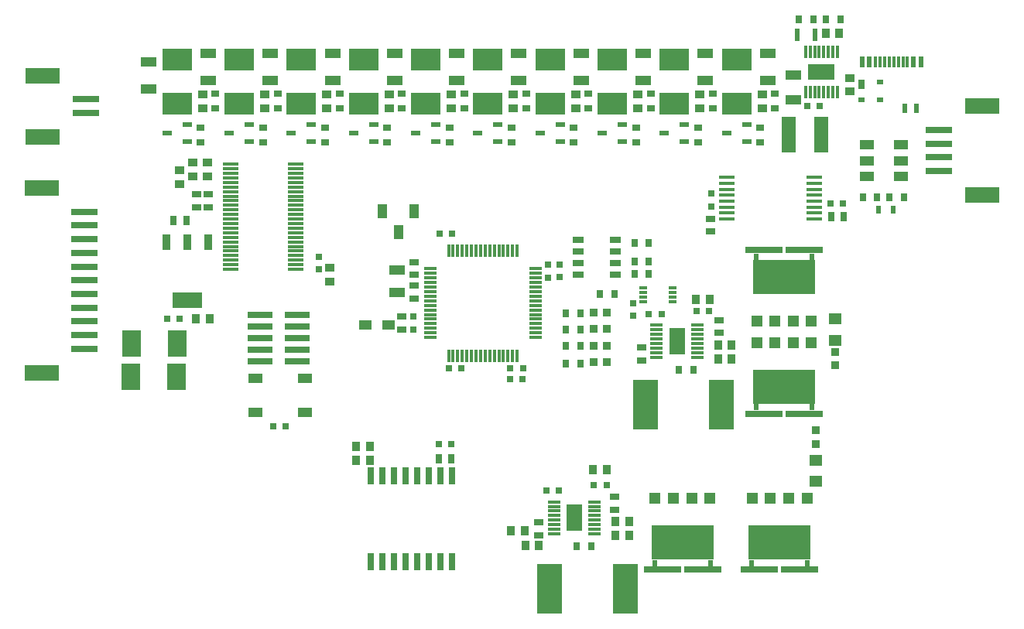
<source format=gtp>
G04*
G04 #@! TF.GenerationSoftware,Altium Limited,Altium Designer,25.5.2 (35)*
G04*
G04 Layer_Color=8421504*
%FSLAX44Y44*%
%MOMM*%
G71*
G04*
G04 #@! TF.SameCoordinates,ED351411-2A85-4CB6-B36D-2EDF8201A488*
G04*
G04*
G04 #@! TF.FilePolarity,Positive*
G04*
G01*
G75*
%ADD18R,1.0000X0.8500*%
%ADD19R,0.8000X0.9500*%
%ADD20R,0.7000X0.7000*%
%ADD21R,0.7800X0.9900*%
%ADD22R,0.7000X0.7000*%
%ADD23R,2.0200X2.9500*%
%ADD24R,1.8200X1.0700*%
%ADD25R,0.9900X0.7800*%
%ADD26R,0.6500X0.7000*%
%ADD27R,0.7000X0.6500*%
%ADD28R,0.6500X1.9500*%
%ADD29R,2.9000X0.8000*%
%ADD30R,0.9500X0.9500*%
%ADD31R,0.8500X1.0000*%
%ADD32R,1.6000X1.1000*%
%ADD33R,1.0000X1.6000*%
%ADD34R,0.6200X1.4700*%
%ADD35R,2.7900X0.7400*%
%ADD36R,1.8000X0.3000*%
%ADD37R,1.4250X0.3000*%
%ADD38R,1.7530X2.9470*%
%ADD39R,0.3000X1.4250*%
%ADD40R,2.9470X1.7530*%
%ADD41R,0.3000X1.4750*%
%ADD42R,1.4750X0.3000*%
%ADD43R,0.8500X0.3000*%
%ADD44R,1.7000X0.4500*%
%ADD45R,0.5500X1.0000*%
%ADD46R,0.5400X0.9400*%
%ADD47R,1.6000X1.0000*%
%ADD48R,1.4000X1.0000*%
%ADD49R,1.5000X4.0000*%
%ADD50R,3.3000X2.4500*%
%ADD51R,1.2700X0.7600*%
%ADD52R,1.4000X1.1500*%
%ADD53R,0.6000X1.1500*%
%ADD54R,0.3000X1.1500*%
%ADD55R,1.2800X1.3000*%
%ADD56R,0.5340X0.6900*%
%ADD57R,4.0500X0.7000*%
%ADD58R,6.8200X3.8500*%
%ADD59R,3.8000X1.8000*%
%ADD60R,2.7000X5.4500*%
%ADD61R,0.9500X0.9500*%
%ADD62R,0.9500X0.8000*%
%ADD63R,1.0500X0.6000*%
%ADD64R,1.6700X1.1000*%
%ADD65R,0.7000X0.6000*%
%ADD66R,0.7000X1.0000*%
%ADD67R,1.8000X1.0000*%
%ADD68R,3.2000X1.7500*%
%ADD69R,0.9500X1.7500*%
D18*
X923000Y594500D02*
D03*
Y579500D02*
D03*
X220000Y486500D02*
D03*
Y501500D02*
D03*
X204000Y486500D02*
D03*
Y501500D02*
D03*
X190000Y478500D02*
D03*
Y493500D02*
D03*
X827000Y561500D02*
D03*
Y576500D02*
D03*
X759000Y561500D02*
D03*
Y576500D02*
D03*
X691000Y561500D02*
D03*
Y576500D02*
D03*
X623000Y561500D02*
D03*
Y576500D02*
D03*
X555000Y561500D02*
D03*
Y576500D02*
D03*
X487000Y561500D02*
D03*
Y576500D02*
D03*
X419000Y561500D02*
D03*
Y576500D02*
D03*
X351000D02*
D03*
Y561500D02*
D03*
X283000Y576500D02*
D03*
Y561500D02*
D03*
X215000Y576500D02*
D03*
Y561500D02*
D03*
X354000Y371500D02*
D03*
Y386500D02*
D03*
D19*
X624000Y82000D02*
D03*
X649250Y358250D02*
D03*
X703250Y380000D02*
D03*
Y393250D02*
D03*
Y413500D02*
D03*
X736244Y275175D02*
D03*
X867463Y658517D02*
D03*
X628000Y282000D02*
D03*
X612000D02*
D03*
X628000Y301000D02*
D03*
X612000D02*
D03*
X883463Y658517D02*
D03*
X896421D02*
D03*
X912421D02*
D03*
X752244Y275175D02*
D03*
X937000Y464000D02*
D03*
X953000D02*
D03*
X966000Y464000D02*
D03*
X982000D02*
D03*
X687250Y413500D02*
D03*
Y393250D02*
D03*
Y380000D02*
D03*
X665250Y358250D02*
D03*
X612000Y319000D02*
D03*
X628000D02*
D03*
X612000Y337000D02*
D03*
X628000D02*
D03*
X640000Y82000D02*
D03*
D20*
X341750Y399000D02*
D03*
X592500Y376000D02*
D03*
X686000Y334000D02*
D03*
X445450Y333000D02*
D03*
X771000Y468000D02*
D03*
X686000Y348000D02*
D03*
X592500Y390000D02*
D03*
X771000Y454000D02*
D03*
X445450Y319000D02*
D03*
X341750Y385000D02*
D03*
D21*
X487000Y178000D02*
D03*
X183000Y438000D02*
D03*
X473000Y178000D02*
D03*
X902250Y443000D02*
D03*
X916250D02*
D03*
X197000Y438000D02*
D03*
D22*
X605000Y143000D02*
D03*
X176000Y331000D02*
D03*
X488000Y424000D02*
D03*
X551500Y277000D02*
D03*
X484000D02*
D03*
X487000Y194000D02*
D03*
X717244Y336175D02*
D03*
X292000Y213000D02*
D03*
X473000Y194000D02*
D03*
X498000Y277000D02*
D03*
X474000Y424000D02*
D03*
X565500Y277000D02*
D03*
X901500Y457000D02*
D03*
X915500D02*
D03*
X306000Y213000D02*
D03*
X769000Y339000D02*
D03*
X755000D02*
D03*
X703244Y336175D02*
D03*
X190000Y331000D02*
D03*
X591000Y143000D02*
D03*
X643000Y149000D02*
D03*
X657000D02*
D03*
D23*
X186000Y267750D02*
D03*
X187000Y304000D02*
D03*
X137000D02*
D03*
X136000Y267750D02*
D03*
D24*
X861000Y597800D02*
D03*
Y570200D02*
D03*
D25*
X221000Y467000D02*
D03*
X208000D02*
D03*
X446500Y393000D02*
D03*
Y353000D02*
D03*
X583000Y94000D02*
D03*
X695250Y285250D02*
D03*
X432950Y333000D02*
D03*
X770750Y426250D02*
D03*
Y440250D02*
D03*
X432950Y319000D02*
D03*
X779500Y329250D02*
D03*
Y315250D02*
D03*
X695250Y299250D02*
D03*
X583000Y108000D02*
D03*
X446500Y367000D02*
D03*
Y379000D02*
D03*
X208000Y453000D02*
D03*
X221000D02*
D03*
X666000Y122000D02*
D03*
X666000Y136000D02*
D03*
D26*
X551250Y265000D02*
D03*
X564750D02*
D03*
X889750Y564000D02*
D03*
X876250D02*
D03*
D27*
X605500Y376250D02*
D03*
Y389750D02*
D03*
D28*
X411250Y159250D02*
D03*
X398550D02*
D03*
X423950D02*
D03*
X474750D02*
D03*
X436650D02*
D03*
X449350D02*
D03*
X462050D02*
D03*
X487450D02*
D03*
Y64750D02*
D03*
X474750D02*
D03*
X462050D02*
D03*
X449350D02*
D03*
X436650D02*
D03*
X423950D02*
D03*
X411250D02*
D03*
X398550D02*
D03*
D29*
X87000Y556000D02*
D03*
X1020750Y522500D02*
D03*
Y537500D02*
D03*
Y507500D02*
D03*
Y492500D02*
D03*
X86000Y298000D02*
D03*
Y448000D02*
D03*
Y433000D02*
D03*
Y418000D02*
D03*
Y403000D02*
D03*
Y388000D02*
D03*
Y373000D02*
D03*
Y358000D02*
D03*
Y343000D02*
D03*
Y328000D02*
D03*
Y313000D02*
D03*
X87000Y571000D02*
D03*
D30*
X657500Y337500D02*
D03*
Y319500D02*
D03*
Y301500D02*
D03*
Y283500D02*
D03*
X642500D02*
D03*
Y301500D02*
D03*
Y319500D02*
D03*
Y337500D02*
D03*
D31*
X398000Y191000D02*
D03*
X583000Y83000D02*
D03*
X398000Y176000D02*
D03*
X552500Y99000D02*
D03*
X568000Y83000D02*
D03*
X567500Y99000D02*
D03*
X911500Y643000D02*
D03*
X896500D02*
D03*
X754500Y352000D02*
D03*
X769500D02*
D03*
X778744Y287175D02*
D03*
X793744D02*
D03*
X778744Y302175D02*
D03*
X793744D02*
D03*
X681500Y94000D02*
D03*
X666500D02*
D03*
X681500Y109000D02*
D03*
X666500D02*
D03*
X383000Y191000D02*
D03*
Y176000D02*
D03*
X207500Y331000D02*
D03*
X222500D02*
D03*
X657000Y166000D02*
D03*
X642000D02*
D03*
D32*
X273000Y228500D02*
D03*
Y265500D02*
D03*
X327000Y228500D02*
D03*
Y265500D02*
D03*
D33*
X446500Y448750D02*
D03*
X411500D02*
D03*
X429000Y425750D02*
D03*
D34*
X865000Y641749D02*
D03*
X885000D02*
D03*
D35*
X278000Y309300D02*
D03*
Y322000D02*
D03*
Y334700D02*
D03*
X318700D02*
D03*
Y322000D02*
D03*
Y309300D02*
D03*
X278000Y296600D02*
D03*
X318700D02*
D03*
X278000Y283900D02*
D03*
X318700D02*
D03*
D36*
X246000Y385000D02*
D03*
Y390000D02*
D03*
Y395000D02*
D03*
Y400000D02*
D03*
Y425000D02*
D03*
Y470000D02*
D03*
Y475000D02*
D03*
X317000Y385000D02*
D03*
Y390000D02*
D03*
Y395000D02*
D03*
Y400000D02*
D03*
Y405000D02*
D03*
Y410000D02*
D03*
Y415000D02*
D03*
Y420000D02*
D03*
Y425000D02*
D03*
Y430000D02*
D03*
Y435000D02*
D03*
Y440000D02*
D03*
Y445000D02*
D03*
Y450000D02*
D03*
Y455000D02*
D03*
Y460000D02*
D03*
Y465000D02*
D03*
Y470000D02*
D03*
Y475000D02*
D03*
Y480000D02*
D03*
Y485000D02*
D03*
Y490000D02*
D03*
Y495000D02*
D03*
Y500000D02*
D03*
X246000D02*
D03*
Y495000D02*
D03*
Y490000D02*
D03*
Y485000D02*
D03*
Y480000D02*
D03*
Y465000D02*
D03*
Y460000D02*
D03*
Y455000D02*
D03*
Y450000D02*
D03*
Y445000D02*
D03*
Y440000D02*
D03*
Y435000D02*
D03*
Y430000D02*
D03*
Y420000D02*
D03*
Y415000D02*
D03*
Y410000D02*
D03*
Y405000D02*
D03*
D37*
X711624Y288675D02*
D03*
X599380Y95500D02*
D03*
Y130500D02*
D03*
Y125500D02*
D03*
Y120500D02*
D03*
Y115500D02*
D03*
Y110500D02*
D03*
Y105500D02*
D03*
Y100500D02*
D03*
X643620Y95500D02*
D03*
Y100500D02*
D03*
Y105500D02*
D03*
Y110500D02*
D03*
Y115500D02*
D03*
Y120500D02*
D03*
Y125500D02*
D03*
Y130500D02*
D03*
X755864Y323675D02*
D03*
Y318675D02*
D03*
Y313675D02*
D03*
Y308675D02*
D03*
Y303675D02*
D03*
Y298675D02*
D03*
Y293675D02*
D03*
Y288675D02*
D03*
X711624Y293675D02*
D03*
Y298675D02*
D03*
Y303675D02*
D03*
Y308675D02*
D03*
Y313675D02*
D03*
Y318675D02*
D03*
Y323675D02*
D03*
D38*
X733744Y306175D02*
D03*
X621500Y113000D02*
D03*
D39*
X874500Y623119D02*
D03*
X909500Y578879D02*
D03*
X904500D02*
D03*
X899500D02*
D03*
X894500D02*
D03*
X889500D02*
D03*
X884500D02*
D03*
X879500D02*
D03*
X874500D02*
D03*
X879500Y623119D02*
D03*
X884500D02*
D03*
X889500D02*
D03*
X894500D02*
D03*
X899500D02*
D03*
X904500D02*
D03*
X909500D02*
D03*
D40*
X892000Y600999D02*
D03*
D41*
X489002Y405381D02*
D03*
X554002Y290621D02*
D03*
X489002D02*
D03*
X494002D02*
D03*
X484002Y405381D02*
D03*
X559002Y290621D02*
D03*
X499002Y405381D02*
D03*
X494002D02*
D03*
X484002Y290621D02*
D03*
X499002D02*
D03*
X504002D02*
D03*
X509002D02*
D03*
X514002D02*
D03*
X519002D02*
D03*
X524002D02*
D03*
X529002D02*
D03*
X534002D02*
D03*
X539002D02*
D03*
X544002D02*
D03*
X549002D02*
D03*
X559002Y405381D02*
D03*
X554002D02*
D03*
X549002D02*
D03*
X544002D02*
D03*
X539002D02*
D03*
X534002D02*
D03*
X529002D02*
D03*
X524002D02*
D03*
X519002D02*
D03*
X514002D02*
D03*
X509002D02*
D03*
X504002D02*
D03*
D42*
X578882Y380501D02*
D03*
X464122Y330501D02*
D03*
X578882Y385501D02*
D03*
X464122D02*
D03*
Y380501D02*
D03*
Y375501D02*
D03*
Y370501D02*
D03*
Y365501D02*
D03*
Y360501D02*
D03*
Y355501D02*
D03*
Y350501D02*
D03*
Y345501D02*
D03*
Y340501D02*
D03*
Y335501D02*
D03*
Y325501D02*
D03*
Y320501D02*
D03*
Y315501D02*
D03*
Y310501D02*
D03*
X578882D02*
D03*
Y315501D02*
D03*
Y320501D02*
D03*
Y325501D02*
D03*
Y330501D02*
D03*
Y335501D02*
D03*
Y340501D02*
D03*
Y345501D02*
D03*
Y350501D02*
D03*
Y355501D02*
D03*
Y360501D02*
D03*
Y365501D02*
D03*
Y370501D02*
D03*
Y375501D02*
D03*
D43*
X728750Y349500D02*
D03*
Y354500D02*
D03*
Y364500D02*
D03*
X697250Y349500D02*
D03*
Y354500D02*
D03*
Y359500D02*
D03*
Y364500D02*
D03*
X728750Y359500D02*
D03*
D44*
X788659Y485600D02*
D03*
Y446600D02*
D03*
Y453100D02*
D03*
Y440100D02*
D03*
Y459600D02*
D03*
Y466100D02*
D03*
Y472600D02*
D03*
Y479100D02*
D03*
X884159Y485600D02*
D03*
Y479100D02*
D03*
Y472600D02*
D03*
Y466100D02*
D03*
Y459600D02*
D03*
Y453100D02*
D03*
Y446600D02*
D03*
Y440100D02*
D03*
D45*
X995750Y561000D02*
D03*
X983250D02*
D03*
D46*
X954000Y450000D02*
D03*
X970000D02*
D03*
D47*
X941500Y504000D02*
D03*
X978500D02*
D03*
Y486500D02*
D03*
Y521500D02*
D03*
X941500Y486500D02*
D03*
Y521500D02*
D03*
D48*
X392750Y324000D02*
D03*
X418750D02*
D03*
D49*
X891750Y532000D02*
D03*
X855750D02*
D03*
D50*
X731000Y614500D02*
D03*
Y566500D02*
D03*
X255000Y614500D02*
D03*
Y566500D02*
D03*
X799000D02*
D03*
Y614500D02*
D03*
X663000Y566500D02*
D03*
Y614500D02*
D03*
X595000Y566500D02*
D03*
Y614500D02*
D03*
X527000Y566500D02*
D03*
Y614500D02*
D03*
X459000Y566500D02*
D03*
Y614500D02*
D03*
X391000Y566500D02*
D03*
Y614500D02*
D03*
X323000Y566500D02*
D03*
Y614500D02*
D03*
X187000Y566500D02*
D03*
Y614500D02*
D03*
D51*
X666500Y379000D02*
D03*
Y391700D02*
D03*
Y404400D02*
D03*
Y417100D02*
D03*
X625500Y379000D02*
D03*
Y391700D02*
D03*
Y404400D02*
D03*
Y417100D02*
D03*
D52*
X907000Y330750D02*
D03*
Y307250D02*
D03*
X886000Y152750D02*
D03*
Y176250D02*
D03*
D53*
X1000500Y612000D02*
D03*
X992500D02*
D03*
X944500D02*
D03*
X936500D02*
D03*
D54*
X986000D02*
D03*
X981000D02*
D03*
X976000D02*
D03*
X971000D02*
D03*
X966000D02*
D03*
X961000D02*
D03*
X956000D02*
D03*
X951000D02*
D03*
D55*
X770000Y134450D02*
D03*
X750000D02*
D03*
X730000D02*
D03*
X710000D02*
D03*
X821000Y304950D02*
D03*
X841000D02*
D03*
X861000D02*
D03*
X881000D02*
D03*
X876000Y134450D02*
D03*
X856000D02*
D03*
X836000D02*
D03*
X816000D02*
D03*
X881000Y328000D02*
D03*
X861000D02*
D03*
X841000D02*
D03*
X821000D02*
D03*
D56*
X709720Y63500D02*
D03*
X770280D02*
D03*
X881280Y234000D02*
D03*
X820720D02*
D03*
X815720Y63500D02*
D03*
X876280D02*
D03*
X820720Y398950D02*
D03*
X881280D02*
D03*
D57*
X718250Y56550D02*
D03*
X761750D02*
D03*
X872750Y227050D02*
D03*
X829250D02*
D03*
X824250Y56550D02*
D03*
X867750D02*
D03*
X829250Y405900D02*
D03*
X872750D02*
D03*
D58*
X740000Y86200D02*
D03*
X851000Y256700D02*
D03*
X846000Y86200D02*
D03*
X851000Y376250D02*
D03*
D59*
X1067750Y563500D02*
D03*
Y466500D02*
D03*
X39000Y474000D02*
D03*
Y272000D02*
D03*
X40000Y530000D02*
D03*
Y597000D02*
D03*
D60*
X699744Y237175D02*
D03*
X782744D02*
D03*
X677500Y35000D02*
D03*
X594500D02*
D03*
D61*
X907000Y279750D02*
D03*
Y294750D02*
D03*
X885500Y193750D02*
D03*
Y208750D02*
D03*
D62*
X825000Y524000D02*
D03*
Y540000D02*
D03*
X757000Y524000D02*
D03*
Y540000D02*
D03*
X689000Y524000D02*
D03*
Y540000D02*
D03*
X621000Y524000D02*
D03*
Y540000D02*
D03*
X553000Y524000D02*
D03*
Y540000D02*
D03*
X485000Y524000D02*
D03*
Y540000D02*
D03*
X417000Y524000D02*
D03*
Y540000D02*
D03*
X349000Y524000D02*
D03*
Y540000D02*
D03*
X281000Y524000D02*
D03*
Y540000D02*
D03*
X213000Y524000D02*
D03*
Y540000D02*
D03*
X841000Y561000D02*
D03*
Y577000D02*
D03*
X773000Y561000D02*
D03*
Y577000D02*
D03*
X705000Y561000D02*
D03*
Y577000D02*
D03*
X637000Y561000D02*
D03*
Y577000D02*
D03*
X569000Y561000D02*
D03*
Y577000D02*
D03*
X501000Y561000D02*
D03*
Y577000D02*
D03*
X433000Y561000D02*
D03*
Y577000D02*
D03*
X365000Y561000D02*
D03*
Y577000D02*
D03*
X297000Y561000D02*
D03*
Y577000D02*
D03*
X229000Y561000D02*
D03*
Y577000D02*
D03*
D63*
X788000Y534000D02*
D03*
X810000Y543500D02*
D03*
Y524500D02*
D03*
X720000Y534000D02*
D03*
X742000Y543500D02*
D03*
Y524500D02*
D03*
X652000Y534000D02*
D03*
X674000Y543500D02*
D03*
Y524500D02*
D03*
X584000Y534000D02*
D03*
X606000Y543500D02*
D03*
Y524500D02*
D03*
X516000Y534000D02*
D03*
X538000Y543500D02*
D03*
Y524500D02*
D03*
X448000Y534000D02*
D03*
X470000Y543500D02*
D03*
Y524500D02*
D03*
X380000Y534000D02*
D03*
X402000Y543500D02*
D03*
Y524500D02*
D03*
X312000Y534000D02*
D03*
X334000Y543500D02*
D03*
Y524500D02*
D03*
X244000Y534000D02*
D03*
X266000Y543500D02*
D03*
Y524500D02*
D03*
X176000Y534000D02*
D03*
X198000Y543500D02*
D03*
Y524500D02*
D03*
D64*
X833000Y592050D02*
D03*
Y621250D02*
D03*
X765000Y592050D02*
D03*
Y621250D02*
D03*
X697000Y592050D02*
D03*
Y621250D02*
D03*
X629000Y592050D02*
D03*
Y621250D02*
D03*
X561000Y592050D02*
D03*
Y621250D02*
D03*
X493000Y592050D02*
D03*
Y621250D02*
D03*
X425000Y592050D02*
D03*
Y621250D02*
D03*
X357000Y592050D02*
D03*
Y621250D02*
D03*
X289000Y592050D02*
D03*
Y621250D02*
D03*
X221000Y621250D02*
D03*
Y592050D02*
D03*
X156000Y611600D02*
D03*
Y582400D02*
D03*
D65*
X955986Y589620D02*
D03*
Y570620D02*
D03*
X935986D02*
D03*
D66*
Y587620D02*
D03*
D67*
X428000Y384500D02*
D03*
Y359500D02*
D03*
D68*
X198000Y351500D02*
D03*
D69*
X175000Y414500D02*
D03*
X198000D02*
D03*
X221000D02*
D03*
M02*

</source>
